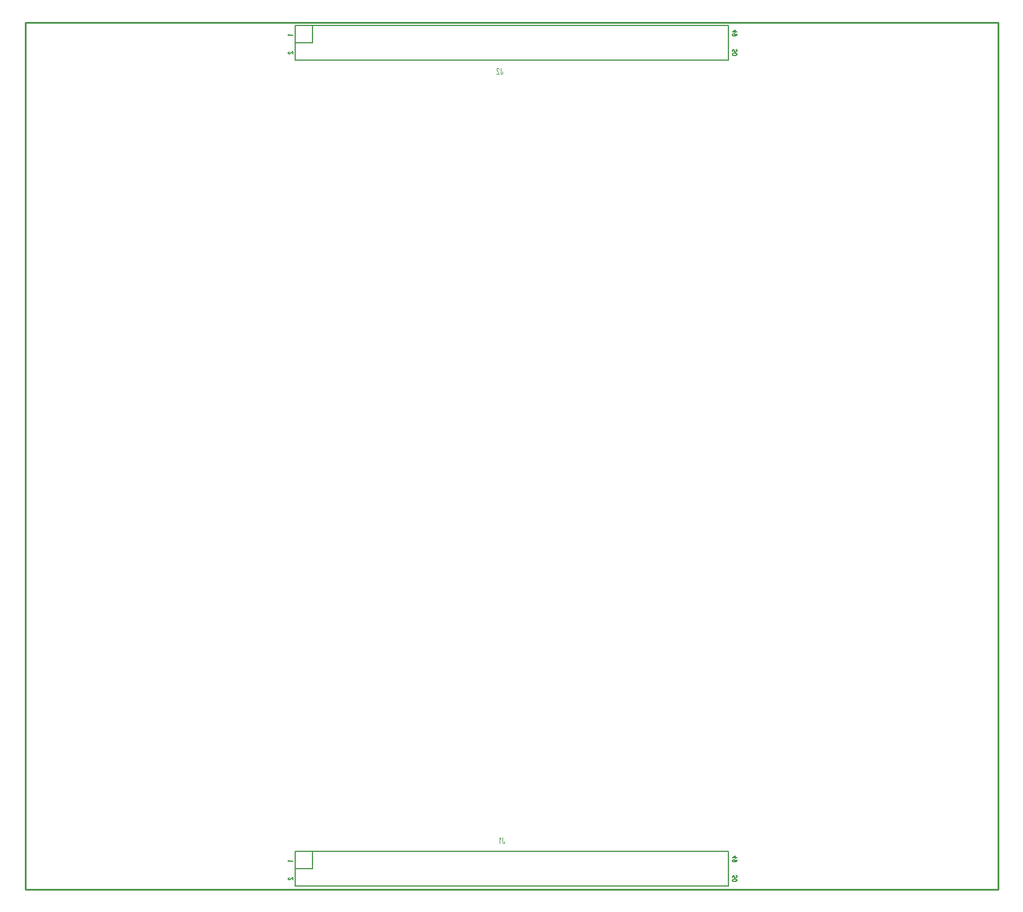
<source format=gbr>
*
*
G04 PADS Layout (Build Number 2005.266.2) generated Gerber (RS-274-X) file*
G04 PC Version=2.1*
*
%IN "cece_module_isoinput_10"*%
*
%MOMM*%
*
%FSLAX35Y35*%
*
*
*
*
G04 PC Standard Apertures*
*
*
G04 Thermal Relief Aperture macro.*
%AMTER*
1,1,$1,0,0*
1,0,$1-$2,0,0*
21,0,$3,$4,0,0,45*
21,0,$3,$4,0,0,135*
%
*
*
G04 Annular Aperture macro.*
%AMANN*
1,1,$1,0,0*
1,0,$2,0,0*
%
*
*
G04 Odd Aperture macro.*
%AMODD*
1,1,$1,0,0*
1,0,$1-0.005,0,0*
%
*
*
G04 PC Custom Aperture Macros*
*
*
*
*
*
*
G04 PC Aperture Table*
*
%ADD012C,0.1524*%
%ADD056C,0.1*%
%ADD058C,0.254*%
*
*
*
*
G04 PC Custom Flashes*
G04 Layer Name cece_module_isoinput_10 - flashes*
%LPD*%
*
*
G04 PC Circuitry*
G04 Layer Name cece_module_isoinput_10 - circuitry*
%LPD*%
*
G54D12*
G01X29355000Y13254000D02*
Y12746000D01*
X35705000*
Y13254000*
X29355000*
Y13000000D02*
X29609000D01*
Y13254000*
X29269275Y13127000D02*
X29266100Y13122382D01*
X29256575Y13115455*
X29256575D02*
X29323250D01*
X29272450Y12870691D02*
X29269275D01*
X29262925Y12868382*
X29259750Y12866073*
X29256575Y12861455*
X29256575D02*
Y12852218D01*
X29259750Y12847600*
X29262925Y12845291*
X29269275Y12842982*
X29275625*
X29281975Y12845291*
X29291500Y12849909*
X29323250Y12873000*
Y12840673*
X35765325Y13167409D02*
X35809775Y13190500D01*
Y13155864*
X35765325Y13167409D02*
X35832000D01*
X35787550Y13105064D02*
X35797075Y13107373D01*
X35803425Y13111991*
X35806600Y13118918*
Y13121227*
X35803425Y13128155*
X35803425D02*
X35797075Y13132773D01*
X35787550Y13135082*
X35784375*
X35774850Y13132773*
X35768500Y13128155*
X35768500D02*
X35765325Y13121227D01*
Y13118918*
X35768500Y13111991*
X35774850Y13107373*
X35787550Y13105064*
X35803425*
X35819300Y13107373*
X35828825Y13111991*
X35832000Y13118918*
Y13123536*
X35828825Y13130464*
X35822475Y13132773*
X35765325Y12874732D02*
Y12897823D01*
X35793900Y12900132*
X35790725Y12897823*
X35787550Y12890895*
Y12883968*
X35790725Y12877041*
X35797075Y12872423*
X35806600Y12870114*
X35812950Y12872423*
X35822475Y12874732*
X35828825Y12879350*
X35832000Y12886277*
Y12893205*
X35832000D02*
X35828825Y12900132D01*
X35825650Y12902441*
X35819300Y12904750*
X35765325Y12835477D02*
X35768500Y12842405D01*
X35768500D02*
X35778025Y12847023D01*
X35793900Y12849332*
X35803425*
X35819300Y12847023*
X35828825Y12842405*
X35828825D02*
X35832000Y12835477D01*
Y12830859*
X35828825Y12823932*
X35819300Y12819314*
X35803425Y12817005*
X35803425D02*
X35793900D01*
X35793900D02*
X35778025Y12819314D01*
X35768500Y12823932*
X35765325Y12830859*
Y12835477*
X29355000Y25354000D02*
Y24846000D01*
X35705000*
Y25354000*
X29355000*
Y25100000D02*
X29609000D01*
Y25354000*
X29269275Y25227000D02*
X29266100Y25222382D01*
X29256575Y25215455*
X29256575D02*
X29323250D01*
X29272450Y24970691D02*
X29269275D01*
X29262925Y24968382*
X29259750Y24966073*
X29256575Y24961455*
X29256575D02*
Y24952218D01*
X29259750Y24947600*
X29262925Y24945291*
X29269275Y24942982*
X29275625*
X29281975Y24945291*
X29291500Y24949909*
X29323250Y24973000*
Y24940673*
X35765325Y25267409D02*
X35809775Y25290500D01*
Y25255864*
X35765325Y25267409D02*
X35832000D01*
X35787550Y25205064D02*
X35797075Y25207373D01*
X35803425Y25211991*
X35806600Y25218918*
Y25221227*
X35803425Y25228155*
X35803425D02*
X35797075Y25232773D01*
X35787550Y25235082*
X35784375*
X35774850Y25232773*
X35768500Y25228155*
X35768500D02*
X35765325Y25221227D01*
Y25218918*
X35768500Y25211991*
X35774850Y25207373*
X35787550Y25205064*
X35803425*
X35819300Y25207373*
X35828825Y25211991*
X35832000Y25218918*
Y25223536*
X35828825Y25230464*
X35822475Y25232773*
X35765325Y24974732D02*
Y24997823D01*
X35793900Y25000132*
X35790725Y24997823*
X35787550Y24990895*
Y24983968*
X35790725Y24977041*
X35797075Y24972423*
X35806600Y24970114*
X35812950Y24972423*
X35822475Y24974732*
X35828825Y24979350*
X35832000Y24986277*
Y24993205*
X35832000D02*
X35828825Y25000132D01*
X35825650Y25002441*
X35819300Y25004750*
X35765325Y24935477D02*
X35768500Y24942405D01*
X35768500D02*
X35778025Y24947023D01*
X35793900Y24949332*
X35803425*
X35819300Y24947023*
X35828825Y24942405*
X35828825D02*
X35832000Y24935477D01*
Y24930859*
X35828825Y24923932*
X35819300Y24919314*
X35803425Y24917005*
X35803425D02*
X35793900D01*
X35793900D02*
X35778025Y24919314D01*
X35768500Y24923932*
X35765325Y24930859*
Y24935477*
G54D56*
X32396136Y13458344D02*
Y13394844D01*
X32399023Y13382937*
X32399023D02*
X32401909Y13378969D01*
X32407682Y13375000*
X32413455*
X32419227Y13378969*
X32422114Y13382937*
X32422114D02*
X32425000Y13394844D01*
Y13402781*
X32370159Y13442469D02*
X32364386Y13446437D01*
X32364386D02*
X32355727Y13458344D01*
Y13375000*
X32371136Y24733344D02*
Y24669844D01*
X32374023Y24657937*
X32374023D02*
X32376909Y24653969D01*
X32382682Y24650000*
X32388455*
X32388455D02*
X32394227Y24653969D01*
X32397114Y24657937*
X32397114D02*
X32400000Y24669844D01*
Y24677781*
X32342273Y24713500D02*
Y24717469D01*
X32339386Y24725406*
X32336500Y24729375*
X32330727Y24733344*
X32319182*
X32313409Y24729375*
X32310523Y24725406*
X32307636Y24717469*
Y24709531*
X32310523Y24701594*
X32316295Y24689687*
X32316295D02*
X32345159Y24650000D01*
X32304750*
G54D58*
X25400000Y12700000D02*
Y25400000D01*
X39660000*
Y12700000*
X25400000*
X0Y0D02*
M02*

</source>
